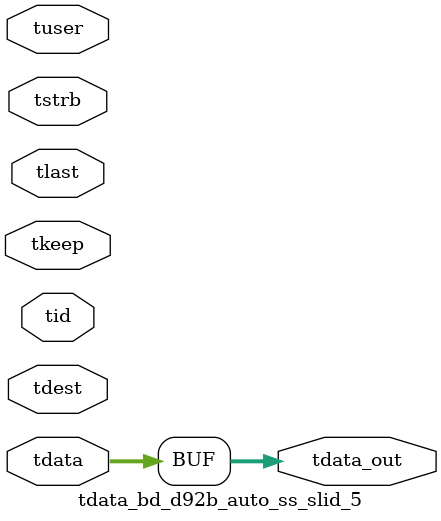
<source format=v>


`timescale 1ps/1ps

module tdata_bd_d92b_auto_ss_slid_5 #
(
parameter C_S_AXIS_TDATA_WIDTH = 32,
parameter C_S_AXIS_TUSER_WIDTH = 0,
parameter C_S_AXIS_TID_WIDTH   = 0,
parameter C_S_AXIS_TDEST_WIDTH = 0,
parameter C_M_AXIS_TDATA_WIDTH = 32
)
(
input  [(C_S_AXIS_TDATA_WIDTH == 0 ? 1 : C_S_AXIS_TDATA_WIDTH)-1:0     ] tdata,
input  [(C_S_AXIS_TUSER_WIDTH == 0 ? 1 : C_S_AXIS_TUSER_WIDTH)-1:0     ] tuser,
input  [(C_S_AXIS_TID_WIDTH   == 0 ? 1 : C_S_AXIS_TID_WIDTH)-1:0       ] tid,
input  [(C_S_AXIS_TDEST_WIDTH == 0 ? 1 : C_S_AXIS_TDEST_WIDTH)-1:0     ] tdest,
input  [(C_S_AXIS_TDATA_WIDTH/8)-1:0 ] tkeep,
input  [(C_S_AXIS_TDATA_WIDTH/8)-1:0 ] tstrb,
input                                                                    tlast,
output [C_M_AXIS_TDATA_WIDTH-1:0] tdata_out
);

assign tdata_out = {tdata[63:0]};

endmodule


</source>
